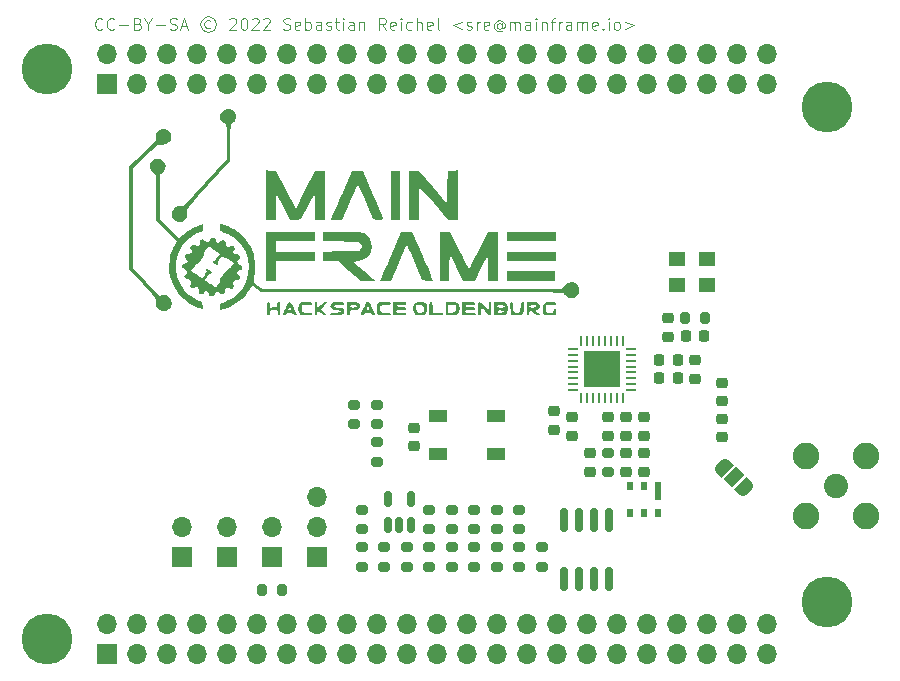
<source format=gts>
%TF.GenerationSoftware,KiCad,Pcbnew,6.0.4+dfsg-1*%
%TF.CreationDate,2022-04-13T00:03:44+02:00*%
%TF.ProjectId,bbb-mrf89xa-cape,6262622d-6d72-4663-9839-78612d636170,rev?*%
%TF.SameCoordinates,Original*%
%TF.FileFunction,Soldermask,Top*%
%TF.FilePolarity,Negative*%
%FSLAX46Y46*%
G04 Gerber Fmt 4.6, Leading zero omitted, Abs format (unit mm)*
G04 Created by KiCad (PCBNEW 6.0.4+dfsg-1) date 2022-04-13 00:03:44*
%MOMM*%
%LPD*%
G01*
G04 APERTURE LIST*
G04 Aperture macros list*
%AMRoundRect*
0 Rectangle with rounded corners*
0 $1 Rounding radius*
0 $2 $3 $4 $5 $6 $7 $8 $9 X,Y pos of 4 corners*
0 Add a 4 corners polygon primitive as box body*
4,1,4,$2,$3,$4,$5,$6,$7,$8,$9,$2,$3,0*
0 Add four circle primitives for the rounded corners*
1,1,$1+$1,$2,$3*
1,1,$1+$1,$4,$5*
1,1,$1+$1,$6,$7*
1,1,$1+$1,$8,$9*
0 Add four rect primitives between the rounded corners*
20,1,$1+$1,$2,$3,$4,$5,0*
20,1,$1+$1,$4,$5,$6,$7,0*
20,1,$1+$1,$6,$7,$8,$9,0*
20,1,$1+$1,$8,$9,$2,$3,0*%
%AMRotRect*
0 Rectangle, with rotation*
0 The origin of the aperture is its center*
0 $1 length*
0 $2 width*
0 $3 Rotation angle, in degrees counterclockwise*
0 Add horizontal line*
21,1,$1,$2,0,0,$3*%
%AMFreePoly0*
4,1,22,0.550000,-0.750000,0.000000,-0.750000,0.000000,-0.745033,-0.079941,-0.743568,-0.215256,-0.701293,-0.333266,-0.622738,-0.424486,-0.514219,-0.481581,-0.384460,-0.499164,-0.250000,-0.500000,-0.250000,-0.500000,0.250000,-0.499164,0.250000,-0.499963,0.256109,-0.478152,0.396186,-0.417904,0.524511,-0.324060,0.630769,-0.204165,0.706417,-0.067858,0.745374,0.000000,0.744960,0.000000,0.750000,
0.550000,0.750000,0.550000,-0.750000,0.550000,-0.750000,$1*%
%AMFreePoly1*
4,1,20,0.000000,0.744960,0.073905,0.744508,0.209726,0.703889,0.328688,0.626782,0.421226,0.519385,0.479903,0.390333,0.500000,0.250000,0.500000,-0.250000,0.499851,-0.262216,0.476331,-0.402017,0.414519,-0.529596,0.319384,-0.634700,0.198574,-0.708877,0.061801,-0.746166,0.000000,-0.745033,0.000000,-0.750000,-0.550000,-0.750000,-0.550000,0.750000,0.000000,0.750000,0.000000,0.744960,
0.000000,0.744960,$1*%
G04 Aperture macros list end*
%ADD10C,0.125000*%
%ADD11RoundRect,0.225000X-0.250000X0.225000X-0.250000X-0.225000X0.250000X-0.225000X0.250000X0.225000X0*%
%ADD12RoundRect,0.200000X-0.275000X0.200000X-0.275000X-0.200000X0.275000X-0.200000X0.275000X0.200000X0*%
%ADD13R,1.700000X1.700000*%
%ADD14O,1.700000X1.700000*%
%ADD15C,4.300000*%
%ADD16RoundRect,0.225000X0.250000X-0.225000X0.250000X0.225000X-0.250000X0.225000X-0.250000X-0.225000X0*%
%ADD17RoundRect,0.218750X0.256250X-0.218750X0.256250X0.218750X-0.256250X0.218750X-0.256250X-0.218750X0*%
%ADD18R,0.600000X1.500000*%
%ADD19R,0.600000X0.750000*%
%ADD20C,2.050000*%
%ADD21C,2.250000*%
%ADD22RoundRect,0.150000X-0.150000X0.825000X-0.150000X-0.825000X0.150000X-0.825000X0.150000X0.825000X0*%
%ADD23RoundRect,0.218750X-0.256250X0.218750X-0.256250X-0.218750X0.256250X-0.218750X0.256250X0.218750X0*%
%ADD24RoundRect,0.200000X0.275000X-0.200000X0.275000X0.200000X-0.275000X0.200000X-0.275000X-0.200000X0*%
%ADD25R,1.400000X1.200000*%
%ADD26FreePoly0,315.000000*%
%ADD27RotRect,1.000000X1.500000X315.000000*%
%ADD28FreePoly1,315.000000*%
%ADD29RoundRect,0.200000X0.200000X0.275000X-0.200000X0.275000X-0.200000X-0.275000X0.200000X-0.275000X0*%
%ADD30RoundRect,0.218750X0.218750X0.256250X-0.218750X0.256250X-0.218750X-0.256250X0.218750X-0.256250X0*%
%ADD31RoundRect,0.062500X0.375000X0.062500X-0.375000X0.062500X-0.375000X-0.062500X0.375000X-0.062500X0*%
%ADD32RoundRect,0.062500X0.062500X0.375000X-0.062500X0.375000X-0.062500X-0.375000X0.062500X-0.375000X0*%
%ADD33R,3.100000X3.100000*%
%ADD34R,1.500000X1.000000*%
%ADD35RoundRect,0.150000X0.150000X-0.512500X0.150000X0.512500X-0.150000X0.512500X-0.150000X-0.512500X0*%
%ADD36RoundRect,0.225000X-0.225000X-0.250000X0.225000X-0.250000X0.225000X0.250000X-0.225000X0.250000X0*%
G04 APERTURE END LIST*
D10*
X37720773Y-33377142D02*
X37673154Y-33424761D01*
X37530297Y-33472380D01*
X37435059Y-33472380D01*
X37292202Y-33424761D01*
X37196964Y-33329523D01*
X37149345Y-33234285D01*
X37101726Y-33043809D01*
X37101726Y-32900952D01*
X37149345Y-32710476D01*
X37196964Y-32615238D01*
X37292202Y-32520000D01*
X37435059Y-32472380D01*
X37530297Y-32472380D01*
X37673154Y-32520000D01*
X37720773Y-32567619D01*
X38720773Y-33377142D02*
X38673154Y-33424761D01*
X38530297Y-33472380D01*
X38435059Y-33472380D01*
X38292202Y-33424761D01*
X38196964Y-33329523D01*
X38149345Y-33234285D01*
X38101726Y-33043809D01*
X38101726Y-32900952D01*
X38149345Y-32710476D01*
X38196964Y-32615238D01*
X38292202Y-32520000D01*
X38435059Y-32472380D01*
X38530297Y-32472380D01*
X38673154Y-32520000D01*
X38720773Y-32567619D01*
X39149345Y-33091428D02*
X39911250Y-33091428D01*
X40720773Y-32948571D02*
X40863630Y-32996190D01*
X40911250Y-33043809D01*
X40958869Y-33139047D01*
X40958869Y-33281904D01*
X40911250Y-33377142D01*
X40863630Y-33424761D01*
X40768392Y-33472380D01*
X40387440Y-33472380D01*
X40387440Y-32472380D01*
X40720773Y-32472380D01*
X40816011Y-32520000D01*
X40863630Y-32567619D01*
X40911250Y-32662857D01*
X40911250Y-32758095D01*
X40863630Y-32853333D01*
X40816011Y-32900952D01*
X40720773Y-32948571D01*
X40387440Y-32948571D01*
X41577916Y-32996190D02*
X41577916Y-33472380D01*
X41244583Y-32472380D02*
X41577916Y-32996190D01*
X41911250Y-32472380D01*
X42244583Y-33091428D02*
X43006488Y-33091428D01*
X43435059Y-33424761D02*
X43577916Y-33472380D01*
X43816011Y-33472380D01*
X43911250Y-33424761D01*
X43958869Y-33377142D01*
X44006488Y-33281904D01*
X44006488Y-33186666D01*
X43958869Y-33091428D01*
X43911250Y-33043809D01*
X43816011Y-32996190D01*
X43625535Y-32948571D01*
X43530297Y-32900952D01*
X43482678Y-32853333D01*
X43435059Y-32758095D01*
X43435059Y-32662857D01*
X43482678Y-32567619D01*
X43530297Y-32520000D01*
X43625535Y-32472380D01*
X43863630Y-32472380D01*
X44006488Y-32520000D01*
X44387440Y-33186666D02*
X44863630Y-33186666D01*
X44292202Y-33472380D02*
X44625535Y-32472380D01*
X44958869Y-33472380D01*
X46863630Y-32710476D02*
X46768392Y-32662857D01*
X46577916Y-32662857D01*
X46482678Y-32710476D01*
X46387440Y-32805714D01*
X46339821Y-32900952D01*
X46339821Y-33091428D01*
X46387440Y-33186666D01*
X46482678Y-33281904D01*
X46577916Y-33329523D01*
X46768392Y-33329523D01*
X46863630Y-33281904D01*
X46673154Y-32329523D02*
X46435059Y-32377142D01*
X46196964Y-32520000D01*
X46054107Y-32758095D01*
X46006488Y-32996190D01*
X46054107Y-33234285D01*
X46196964Y-33472380D01*
X46435059Y-33615238D01*
X46673154Y-33662857D01*
X46911250Y-33615238D01*
X47149345Y-33472380D01*
X47292202Y-33234285D01*
X47339821Y-32996190D01*
X47292202Y-32758095D01*
X47149345Y-32520000D01*
X46911250Y-32377142D01*
X46673154Y-32329523D01*
X48482678Y-32567619D02*
X48530297Y-32520000D01*
X48625535Y-32472380D01*
X48863630Y-32472380D01*
X48958869Y-32520000D01*
X49006488Y-32567619D01*
X49054107Y-32662857D01*
X49054107Y-32758095D01*
X49006488Y-32900952D01*
X48435059Y-33472380D01*
X49054107Y-33472380D01*
X49673154Y-32472380D02*
X49768392Y-32472380D01*
X49863630Y-32520000D01*
X49911250Y-32567619D01*
X49958869Y-32662857D01*
X50006488Y-32853333D01*
X50006488Y-33091428D01*
X49958869Y-33281904D01*
X49911250Y-33377142D01*
X49863630Y-33424761D01*
X49768392Y-33472380D01*
X49673154Y-33472380D01*
X49577916Y-33424761D01*
X49530297Y-33377142D01*
X49482678Y-33281904D01*
X49435059Y-33091428D01*
X49435059Y-32853333D01*
X49482678Y-32662857D01*
X49530297Y-32567619D01*
X49577916Y-32520000D01*
X49673154Y-32472380D01*
X50387440Y-32567619D02*
X50435059Y-32520000D01*
X50530297Y-32472380D01*
X50768392Y-32472380D01*
X50863630Y-32520000D01*
X50911250Y-32567619D01*
X50958869Y-32662857D01*
X50958869Y-32758095D01*
X50911250Y-32900952D01*
X50339821Y-33472380D01*
X50958869Y-33472380D01*
X51339821Y-32567619D02*
X51387440Y-32520000D01*
X51482678Y-32472380D01*
X51720773Y-32472380D01*
X51816011Y-32520000D01*
X51863630Y-32567619D01*
X51911250Y-32662857D01*
X51911250Y-32758095D01*
X51863630Y-32900952D01*
X51292202Y-33472380D01*
X51911250Y-33472380D01*
X53054107Y-33424761D02*
X53196964Y-33472380D01*
X53435059Y-33472380D01*
X53530297Y-33424761D01*
X53577916Y-33377142D01*
X53625535Y-33281904D01*
X53625535Y-33186666D01*
X53577916Y-33091428D01*
X53530297Y-33043809D01*
X53435059Y-32996190D01*
X53244583Y-32948571D01*
X53149345Y-32900952D01*
X53101726Y-32853333D01*
X53054107Y-32758095D01*
X53054107Y-32662857D01*
X53101726Y-32567619D01*
X53149345Y-32520000D01*
X53244583Y-32472380D01*
X53482678Y-32472380D01*
X53625535Y-32520000D01*
X54435059Y-33424761D02*
X54339821Y-33472380D01*
X54149345Y-33472380D01*
X54054107Y-33424761D01*
X54006488Y-33329523D01*
X54006488Y-32948571D01*
X54054107Y-32853333D01*
X54149345Y-32805714D01*
X54339821Y-32805714D01*
X54435059Y-32853333D01*
X54482678Y-32948571D01*
X54482678Y-33043809D01*
X54006488Y-33139047D01*
X54911250Y-33472380D02*
X54911250Y-32472380D01*
X54911250Y-32853333D02*
X55006488Y-32805714D01*
X55196964Y-32805714D01*
X55292202Y-32853333D01*
X55339821Y-32900952D01*
X55387440Y-32996190D01*
X55387440Y-33281904D01*
X55339821Y-33377142D01*
X55292202Y-33424761D01*
X55196964Y-33472380D01*
X55006488Y-33472380D01*
X54911250Y-33424761D01*
X56244583Y-33472380D02*
X56244583Y-32948571D01*
X56196964Y-32853333D01*
X56101726Y-32805714D01*
X55911249Y-32805714D01*
X55816011Y-32853333D01*
X56244583Y-33424761D02*
X56149345Y-33472380D01*
X55911249Y-33472380D01*
X55816011Y-33424761D01*
X55768392Y-33329523D01*
X55768392Y-33234285D01*
X55816011Y-33139047D01*
X55911249Y-33091428D01*
X56149345Y-33091428D01*
X56244583Y-33043809D01*
X56673154Y-33424761D02*
X56768392Y-33472380D01*
X56958869Y-33472380D01*
X57054107Y-33424761D01*
X57101726Y-33329523D01*
X57101726Y-33281904D01*
X57054107Y-33186666D01*
X56958869Y-33139047D01*
X56816011Y-33139047D01*
X56720773Y-33091428D01*
X56673154Y-32996190D01*
X56673154Y-32948571D01*
X56720773Y-32853333D01*
X56816011Y-32805714D01*
X56958869Y-32805714D01*
X57054107Y-32853333D01*
X57387440Y-32805714D02*
X57768392Y-32805714D01*
X57530297Y-32472380D02*
X57530297Y-33329523D01*
X57577916Y-33424761D01*
X57673154Y-33472380D01*
X57768392Y-33472380D01*
X58101726Y-33472380D02*
X58101726Y-32805714D01*
X58101726Y-32472380D02*
X58054107Y-32520000D01*
X58101726Y-32567619D01*
X58149345Y-32520000D01*
X58101726Y-32472380D01*
X58101726Y-32567619D01*
X59006488Y-33472380D02*
X59006488Y-32948571D01*
X58958869Y-32853333D01*
X58863630Y-32805714D01*
X58673154Y-32805714D01*
X58577916Y-32853333D01*
X59006488Y-33424761D02*
X58911249Y-33472380D01*
X58673154Y-33472380D01*
X58577916Y-33424761D01*
X58530297Y-33329523D01*
X58530297Y-33234285D01*
X58577916Y-33139047D01*
X58673154Y-33091428D01*
X58911249Y-33091428D01*
X59006488Y-33043809D01*
X59482678Y-32805714D02*
X59482678Y-33472380D01*
X59482678Y-32900952D02*
X59530297Y-32853333D01*
X59625535Y-32805714D01*
X59768392Y-32805714D01*
X59863630Y-32853333D01*
X59911249Y-32948571D01*
X59911249Y-33472380D01*
X61720773Y-33472380D02*
X61387440Y-32996190D01*
X61149345Y-33472380D02*
X61149345Y-32472380D01*
X61530297Y-32472380D01*
X61625535Y-32520000D01*
X61673154Y-32567619D01*
X61720773Y-32662857D01*
X61720773Y-32805714D01*
X61673154Y-32900952D01*
X61625535Y-32948571D01*
X61530297Y-32996190D01*
X61149345Y-32996190D01*
X62530297Y-33424761D02*
X62435059Y-33472380D01*
X62244583Y-33472380D01*
X62149345Y-33424761D01*
X62101726Y-33329523D01*
X62101726Y-32948571D01*
X62149345Y-32853333D01*
X62244583Y-32805714D01*
X62435059Y-32805714D01*
X62530297Y-32853333D01*
X62577916Y-32948571D01*
X62577916Y-33043809D01*
X62101726Y-33139047D01*
X63006488Y-33472380D02*
X63006488Y-32805714D01*
X63006488Y-32472380D02*
X62958869Y-32520000D01*
X63006488Y-32567619D01*
X63054107Y-32520000D01*
X63006488Y-32472380D01*
X63006488Y-32567619D01*
X63911249Y-33424761D02*
X63816011Y-33472380D01*
X63625535Y-33472380D01*
X63530297Y-33424761D01*
X63482678Y-33377142D01*
X63435059Y-33281904D01*
X63435059Y-32996190D01*
X63482678Y-32900952D01*
X63530297Y-32853333D01*
X63625535Y-32805714D01*
X63816011Y-32805714D01*
X63911249Y-32853333D01*
X64339821Y-33472380D02*
X64339821Y-32472380D01*
X64768392Y-33472380D02*
X64768392Y-32948571D01*
X64720773Y-32853333D01*
X64625535Y-32805714D01*
X64482678Y-32805714D01*
X64387440Y-32853333D01*
X64339821Y-32900952D01*
X65625535Y-33424761D02*
X65530297Y-33472380D01*
X65339821Y-33472380D01*
X65244583Y-33424761D01*
X65196964Y-33329523D01*
X65196964Y-32948571D01*
X65244583Y-32853333D01*
X65339821Y-32805714D01*
X65530297Y-32805714D01*
X65625535Y-32853333D01*
X65673154Y-32948571D01*
X65673154Y-33043809D01*
X65196964Y-33139047D01*
X66244583Y-33472380D02*
X66149345Y-33424761D01*
X66101726Y-33329523D01*
X66101726Y-32472380D01*
X68149345Y-32805714D02*
X67387440Y-33091428D01*
X68149345Y-33377142D01*
X68577916Y-33424761D02*
X68673154Y-33472380D01*
X68863630Y-33472380D01*
X68958869Y-33424761D01*
X69006488Y-33329523D01*
X69006488Y-33281904D01*
X68958869Y-33186666D01*
X68863630Y-33139047D01*
X68720773Y-33139047D01*
X68625535Y-33091428D01*
X68577916Y-32996190D01*
X68577916Y-32948571D01*
X68625535Y-32853333D01*
X68720773Y-32805714D01*
X68863630Y-32805714D01*
X68958869Y-32853333D01*
X69435059Y-33472380D02*
X69435059Y-32805714D01*
X69435059Y-32996190D02*
X69482678Y-32900952D01*
X69530297Y-32853333D01*
X69625535Y-32805714D01*
X69720773Y-32805714D01*
X70435059Y-33424761D02*
X70339821Y-33472380D01*
X70149345Y-33472380D01*
X70054107Y-33424761D01*
X70006488Y-33329523D01*
X70006488Y-32948571D01*
X70054107Y-32853333D01*
X70149345Y-32805714D01*
X70339821Y-32805714D01*
X70435059Y-32853333D01*
X70482678Y-32948571D01*
X70482678Y-33043809D01*
X70006488Y-33139047D01*
X71530297Y-32996190D02*
X71482678Y-32948571D01*
X71387440Y-32900952D01*
X71292202Y-32900952D01*
X71196964Y-32948571D01*
X71149345Y-32996190D01*
X71101726Y-33091428D01*
X71101726Y-33186666D01*
X71149345Y-33281904D01*
X71196964Y-33329523D01*
X71292202Y-33377142D01*
X71387440Y-33377142D01*
X71482678Y-33329523D01*
X71530297Y-33281904D01*
X71530297Y-32900952D02*
X71530297Y-33281904D01*
X71577916Y-33329523D01*
X71625535Y-33329523D01*
X71720773Y-33281904D01*
X71768392Y-33186666D01*
X71768392Y-32948571D01*
X71673154Y-32805714D01*
X71530297Y-32710476D01*
X71339821Y-32662857D01*
X71149345Y-32710476D01*
X71006488Y-32805714D01*
X70911250Y-32948571D01*
X70863630Y-33139047D01*
X70911250Y-33329523D01*
X71006488Y-33472380D01*
X71149345Y-33567619D01*
X71339821Y-33615238D01*
X71530297Y-33567619D01*
X71673154Y-33472380D01*
X72196964Y-33472380D02*
X72196964Y-32805714D01*
X72196964Y-32900952D02*
X72244583Y-32853333D01*
X72339821Y-32805714D01*
X72482678Y-32805714D01*
X72577916Y-32853333D01*
X72625535Y-32948571D01*
X72625535Y-33472380D01*
X72625535Y-32948571D02*
X72673154Y-32853333D01*
X72768392Y-32805714D01*
X72911250Y-32805714D01*
X73006488Y-32853333D01*
X73054107Y-32948571D01*
X73054107Y-33472380D01*
X73958869Y-33472380D02*
X73958869Y-32948571D01*
X73911250Y-32853333D01*
X73816011Y-32805714D01*
X73625535Y-32805714D01*
X73530297Y-32853333D01*
X73958869Y-33424761D02*
X73863630Y-33472380D01*
X73625535Y-33472380D01*
X73530297Y-33424761D01*
X73482678Y-33329523D01*
X73482678Y-33234285D01*
X73530297Y-33139047D01*
X73625535Y-33091428D01*
X73863630Y-33091428D01*
X73958869Y-33043809D01*
X74435059Y-33472380D02*
X74435059Y-32805714D01*
X74435059Y-32472380D02*
X74387440Y-32520000D01*
X74435059Y-32567619D01*
X74482678Y-32520000D01*
X74435059Y-32472380D01*
X74435059Y-32567619D01*
X74911250Y-32805714D02*
X74911250Y-33472380D01*
X74911250Y-32900952D02*
X74958869Y-32853333D01*
X75054107Y-32805714D01*
X75196964Y-32805714D01*
X75292202Y-32853333D01*
X75339821Y-32948571D01*
X75339821Y-33472380D01*
X75673154Y-32805714D02*
X76054107Y-32805714D01*
X75816011Y-33472380D02*
X75816011Y-32615238D01*
X75863630Y-32520000D01*
X75958869Y-32472380D01*
X76054107Y-32472380D01*
X76387440Y-33472380D02*
X76387440Y-32805714D01*
X76387440Y-32996190D02*
X76435059Y-32900952D01*
X76482678Y-32853333D01*
X76577916Y-32805714D01*
X76673154Y-32805714D01*
X77435059Y-33472380D02*
X77435059Y-32948571D01*
X77387440Y-32853333D01*
X77292202Y-32805714D01*
X77101726Y-32805714D01*
X77006488Y-32853333D01*
X77435059Y-33424761D02*
X77339821Y-33472380D01*
X77101726Y-33472380D01*
X77006488Y-33424761D01*
X76958869Y-33329523D01*
X76958869Y-33234285D01*
X77006488Y-33139047D01*
X77101726Y-33091428D01*
X77339821Y-33091428D01*
X77435059Y-33043809D01*
X77911250Y-33472380D02*
X77911250Y-32805714D01*
X77911250Y-32900952D02*
X77958869Y-32853333D01*
X78054107Y-32805714D01*
X78196964Y-32805714D01*
X78292202Y-32853333D01*
X78339821Y-32948571D01*
X78339821Y-33472380D01*
X78339821Y-32948571D02*
X78387440Y-32853333D01*
X78482678Y-32805714D01*
X78625535Y-32805714D01*
X78720773Y-32853333D01*
X78768392Y-32948571D01*
X78768392Y-33472380D01*
X79625535Y-33424761D02*
X79530297Y-33472380D01*
X79339821Y-33472380D01*
X79244583Y-33424761D01*
X79196964Y-33329523D01*
X79196964Y-32948571D01*
X79244583Y-32853333D01*
X79339821Y-32805714D01*
X79530297Y-32805714D01*
X79625535Y-32853333D01*
X79673154Y-32948571D01*
X79673154Y-33043809D01*
X79196964Y-33139047D01*
X80101726Y-33377142D02*
X80149345Y-33424761D01*
X80101726Y-33472380D01*
X80054107Y-33424761D01*
X80101726Y-33377142D01*
X80101726Y-33472380D01*
X80577916Y-33472380D02*
X80577916Y-32805714D01*
X80577916Y-32472380D02*
X80530297Y-32520000D01*
X80577916Y-32567619D01*
X80625535Y-32520000D01*
X80577916Y-32472380D01*
X80577916Y-32567619D01*
X81196964Y-33472380D02*
X81101726Y-33424761D01*
X81054107Y-33377142D01*
X81006488Y-33281904D01*
X81006488Y-32996190D01*
X81054107Y-32900952D01*
X81101726Y-32853333D01*
X81196964Y-32805714D01*
X81339821Y-32805714D01*
X81435059Y-32853333D01*
X81482678Y-32900952D01*
X81530297Y-32996190D01*
X81530297Y-33281904D01*
X81482678Y-33377142D01*
X81435059Y-33424761D01*
X81339821Y-33472380D01*
X81196964Y-33472380D01*
X81958869Y-32805714D02*
X82720773Y-33091428D01*
X81958869Y-33377142D01*
G36*
X47868935Y-49945259D02*
G01*
X48094243Y-50018859D01*
X48361167Y-50120151D01*
X48624595Y-50231646D01*
X48839414Y-50335854D01*
X48898729Y-50369790D01*
X49431911Y-50777295D01*
X49898807Y-51291451D01*
X50273633Y-51878660D01*
X50526017Y-52490084D01*
X50599442Y-52762997D01*
X50640057Y-53014871D01*
X50652614Y-53298292D01*
X50641863Y-53665841D01*
X50638406Y-53733920D01*
X50617048Y-54069892D01*
X50591452Y-54368760D01*
X50565515Y-54588816D01*
X50551249Y-54666307D01*
X50539005Y-54778723D01*
X50584638Y-54876933D01*
X50711985Y-54992741D01*
X50893149Y-55122485D01*
X51282988Y-55390977D01*
X76651077Y-55390977D01*
X76928806Y-55099023D01*
X77160246Y-54895680D01*
X77370095Y-54816442D01*
X77597327Y-54852595D01*
X77741518Y-54917307D01*
X77974150Y-55096865D01*
X78087651Y-55345598D01*
X78105000Y-55537770D01*
X78044365Y-55768231D01*
X77890194Y-55983720D01*
X77684083Y-56140106D01*
X77486587Y-56193851D01*
X77244050Y-56150493D01*
X77017042Y-56040370D01*
X76859687Y-55893406D01*
X76827955Y-55829709D01*
X76820832Y-55811345D01*
X76807388Y-55794580D01*
X76781239Y-55779342D01*
X76736000Y-55765558D01*
X76665287Y-55753154D01*
X76562717Y-55742059D01*
X76421904Y-55732198D01*
X76236466Y-55723499D01*
X76000017Y-55715890D01*
X75706173Y-55709297D01*
X75348551Y-55703648D01*
X74920767Y-55698870D01*
X74416436Y-55694889D01*
X73829173Y-55691633D01*
X73152596Y-55689029D01*
X72380319Y-55687005D01*
X71505959Y-55685487D01*
X70523132Y-55684402D01*
X69425453Y-55683678D01*
X68206538Y-55683242D01*
X66860003Y-55683021D01*
X65379464Y-55682941D01*
X63968337Y-55682931D01*
X51155304Y-55682931D01*
X50807298Y-55427471D01*
X50610457Y-55290297D01*
X50458309Y-55197571D01*
X50395957Y-55172012D01*
X50328373Y-55231053D01*
X50225440Y-55381883D01*
X50159923Y-55497553D01*
X49883393Y-55896161D01*
X49499532Y-56281122D01*
X49046323Y-56624865D01*
X48561746Y-56899816D01*
X48083783Y-57078405D01*
X47937554Y-57110856D01*
X47658902Y-57160803D01*
X47682094Y-56887723D01*
X47702340Y-56738980D01*
X47753546Y-56641239D01*
X47868338Y-56564754D01*
X48079343Y-56479782D01*
X48162845Y-56449430D01*
X48744663Y-56163652D01*
X49243392Y-55760243D01*
X49584920Y-55343056D01*
X49873322Y-54791671D01*
X50044615Y-54183761D01*
X50098865Y-53548428D01*
X50036137Y-52914775D01*
X49856495Y-52311903D01*
X49577026Y-51793354D01*
X49227056Y-51375066D01*
X48801823Y-51009214D01*
X48340583Y-50724468D01*
X47882592Y-50549498D01*
X47869511Y-50546293D01*
X47738547Y-50496382D01*
X47681343Y-50399384D01*
X47668793Y-50207403D01*
X47682513Y-50025061D01*
X47716768Y-49924017D01*
X47730355Y-49916839D01*
X47868935Y-49945259D01*
G37*
G36*
X74076681Y-56485805D02*
G01*
X74409366Y-56511242D01*
X74626633Y-56594125D01*
X74751066Y-56744309D01*
X74768317Y-56787627D01*
X74758259Y-56945062D01*
X74663261Y-57105193D01*
X74526252Y-57205912D01*
X74472440Y-57215690D01*
X74433152Y-57248735D01*
X74514543Y-57350826D01*
X74604308Y-57431689D01*
X74752588Y-57563139D01*
X74797330Y-57626936D01*
X74747767Y-57648119D01*
X74685043Y-57650655D01*
X74526171Y-57608336D01*
X74324149Y-57497992D01*
X74236609Y-57434655D01*
X74066633Y-57306683D01*
X73945710Y-57227822D01*
X73915904Y-57215690D01*
X73884822Y-57279216D01*
X73871669Y-57432240D01*
X73871666Y-57434655D01*
X73839025Y-57608493D01*
X73762183Y-57653621D01*
X73706009Y-57626119D01*
X73672296Y-57526332D01*
X73656186Y-57328341D01*
X73652701Y-57069713D01*
X73652701Y-56887242D01*
X73871666Y-56887242D01*
X73934303Y-56971731D01*
X74105297Y-56994431D01*
X74359269Y-56952071D01*
X74364339Y-56950721D01*
X74505905Y-56891008D01*
X74513624Y-56834016D01*
X74399302Y-56792179D01*
X74200114Y-56777759D01*
X73983630Y-56792087D01*
X73885021Y-56840806D01*
X73871666Y-56887242D01*
X73652701Y-56887242D01*
X73652701Y-56485805D01*
X74076681Y-56485805D01*
G37*
G36*
X63166782Y-56489253D02*
G01*
X63331002Y-56504974D01*
X63409808Y-56541036D01*
X63433451Y-56605505D01*
X63434310Y-56631782D01*
X63418331Y-56713313D01*
X63348138Y-56757368D01*
X63190347Y-56775075D01*
X62996379Y-56777759D01*
X62763112Y-56788839D01*
X62604965Y-56817785D01*
X62558448Y-56850747D01*
X62624930Y-56889625D01*
X62798605Y-56915983D01*
X62996379Y-56923736D01*
X63240972Y-56929062D01*
X63373138Y-56952460D01*
X63426259Y-57005057D01*
X63434310Y-57069713D01*
X63418331Y-57151244D01*
X63348138Y-57195299D01*
X63190347Y-57213006D01*
X62996379Y-57215690D01*
X62742092Y-57224098D01*
X62605567Y-57253904D01*
X62559311Y-57311981D01*
X62558448Y-57325173D01*
X62592080Y-57388744D01*
X62711305Y-57422876D01*
X62943613Y-57434439D01*
X62996379Y-57434655D01*
X63250665Y-57443063D01*
X63387191Y-57472870D01*
X63433446Y-57530947D01*
X63434310Y-57544138D01*
X63405634Y-57601887D01*
X63302009Y-57635785D01*
X63097035Y-57651112D01*
X62886896Y-57653621D01*
X62339482Y-57653621D01*
X62339482Y-56485805D01*
X62886896Y-56485805D01*
X63166782Y-56489253D01*
G37*
G36*
X55295914Y-56491547D02*
G01*
X55423089Y-56516598D01*
X55472309Y-56572699D01*
X55478563Y-56631782D01*
X55462732Y-56713008D01*
X55393074Y-56757067D01*
X55236339Y-56774937D01*
X55036435Y-56777759D01*
X54594307Y-56777759D01*
X54639195Y-57398161D01*
X55058879Y-57420051D01*
X55314515Y-57444754D01*
X55446758Y-57489455D01*
X55478563Y-57547781D01*
X55413901Y-57611324D01*
X55248461Y-57648972D01*
X55025063Y-57661086D01*
X54786525Y-57648024D01*
X54575665Y-57610148D01*
X54435303Y-57547817D01*
X54425443Y-57538925D01*
X54342530Y-57368271D01*
X54310857Y-57088603D01*
X54310747Y-57068638D01*
X54340017Y-56799359D01*
X54441612Y-56623516D01*
X54636209Y-56524957D01*
X54944486Y-56487530D01*
X55056872Y-56485805D01*
X55295914Y-56491547D01*
G37*
G36*
X64906497Y-56506612D02*
G01*
X65078099Y-56587033D01*
X65162361Y-56754066D01*
X65185964Y-57034708D01*
X65186034Y-57057683D01*
X65171636Y-57302505D01*
X65134494Y-57492478D01*
X65098448Y-57566035D01*
X64955240Y-57629652D01*
X64730848Y-57655070D01*
X64482943Y-57644312D01*
X64269196Y-57599404D01*
X64154885Y-57532920D01*
X64095498Y-57390882D01*
X64059583Y-57169022D01*
X64054743Y-57053351D01*
X64310172Y-57053351D01*
X64324633Y-57280553D01*
X64388795Y-57394485D01*
X64533823Y-57426677D01*
X64672506Y-57419882D01*
X64837962Y-57396093D01*
X64911383Y-57332198D01*
X64930065Y-57182863D01*
X64930574Y-57106207D01*
X64923621Y-56922852D01*
X64875607Y-56835243D01*
X64745801Y-56802099D01*
X64620373Y-56791809D01*
X64310172Y-56769365D01*
X64310172Y-57053351D01*
X64054743Y-57053351D01*
X64054712Y-57052611D01*
X64088335Y-56769365D01*
X64089249Y-56761664D01*
X64205495Y-56583540D01*
X64422409Y-56499260D01*
X64620875Y-56485805D01*
X64906497Y-56506612D01*
G37*
G36*
X67930347Y-52141723D02*
G01*
X68153428Y-52578493D01*
X68355436Y-52968545D01*
X68526908Y-53294049D01*
X68658380Y-53537178D01*
X68740390Y-53680101D01*
X68763259Y-53710976D01*
X68804837Y-53648882D01*
X68901711Y-53473781D01*
X69044525Y-53203544D01*
X69223923Y-52856043D01*
X69430547Y-52449150D01*
X69584160Y-52142989D01*
X70367779Y-50573736D01*
X71244080Y-50573736D01*
X71244080Y-54734081D01*
X70368218Y-54734081D01*
X70359832Y-52507931D01*
X69799470Y-53621006D01*
X69239107Y-54734081D01*
X68285861Y-54734081D01*
X67120229Y-52434943D01*
X67100129Y-53584512D01*
X67080028Y-54734081D01*
X66280862Y-54734081D01*
X66280862Y-50573736D01*
X67134717Y-50573736D01*
X67930347Y-52141723D01*
G37*
G36*
X42644897Y-44430347D02*
G01*
X42860386Y-44584519D01*
X43016772Y-44790629D01*
X43070517Y-44988125D01*
X43027159Y-45230662D01*
X42917036Y-45457671D01*
X42770072Y-45615025D01*
X42706375Y-45646758D01*
X42662435Y-45665720D01*
X42628350Y-45702474D01*
X42602946Y-45773719D01*
X42585051Y-45896156D01*
X42573494Y-46086485D01*
X42567101Y-46361406D01*
X42564702Y-46737621D01*
X42565123Y-47231828D01*
X42566412Y-47640867D01*
X42573228Y-49588391D01*
X43406972Y-50343940D01*
X44240716Y-51099488D01*
X44522384Y-50845019D01*
X45001183Y-50483121D01*
X45564084Y-50174124D01*
X45844453Y-50055960D01*
X46209022Y-49917434D01*
X46209022Y-50239786D01*
X46200064Y-50442776D01*
X46155222Y-50546309D01*
X46047547Y-50596633D01*
X45993606Y-50609451D01*
X45745238Y-50704026D01*
X45441475Y-50877423D01*
X45124853Y-51100208D01*
X44837905Y-51342945D01*
X44654912Y-51535835D01*
X44472245Y-51790268D01*
X44286875Y-52097515D01*
X44185573Y-52294065D01*
X44094274Y-52502825D01*
X44035243Y-52688570D01*
X44001590Y-52893419D01*
X43986430Y-53159486D01*
X43982873Y-53528890D01*
X43982873Y-53533556D01*
X43985084Y-53892641D01*
X43997583Y-54149668D01*
X44029171Y-54348546D01*
X44088648Y-54533187D01*
X44184815Y-54747500D01*
X44254815Y-54890451D01*
X44615045Y-55467755D01*
X45072361Y-55936384D01*
X45629612Y-56299147D01*
X45736544Y-56351453D01*
X45981824Y-56469968D01*
X46122988Y-56558793D01*
X46188781Y-56648720D01*
X46207944Y-56770542D01*
X46209022Y-56857627D01*
X46204886Y-57037255D01*
X46194581Y-57134337D01*
X46190775Y-57140068D01*
X46118052Y-57116038D01*
X45949013Y-57056656D01*
X45781846Y-56996892D01*
X45159781Y-56697962D01*
X44601224Y-56281115D01*
X44124327Y-55767189D01*
X43747243Y-55177018D01*
X43488125Y-54531440D01*
X43428560Y-54295775D01*
X43381626Y-53912988D01*
X43377938Y-53455635D01*
X43413921Y-52984527D01*
X43485999Y-52560475D01*
X43542271Y-52361954D01*
X43663467Y-52066038D01*
X43816058Y-51760077D01*
X43869865Y-51666725D01*
X44070814Y-51336438D01*
X43169228Y-50511275D01*
X42267643Y-49686112D01*
X42267641Y-47739551D01*
X42267639Y-45792989D01*
X42018384Y-45594108D01*
X41795080Y-45344772D01*
X41711324Y-45070314D01*
X41770122Y-44781922D01*
X41789344Y-44742146D01*
X41969011Y-44504976D01*
X42213760Y-44388741D01*
X42414436Y-44369713D01*
X42644897Y-44430347D01*
G37*
G36*
X55697528Y-51376609D02*
G01*
X52413045Y-51376609D01*
X52413045Y-52252471D01*
X55697528Y-52252471D01*
X55697528Y-53055345D01*
X52413045Y-53055345D01*
X52413045Y-54734081D01*
X51610172Y-54734081D01*
X51610172Y-50573736D01*
X55697528Y-50573736D01*
X55697528Y-51376609D01*
G37*
G36*
X76061321Y-54734081D02*
G01*
X71973965Y-54734081D01*
X71973965Y-53858219D01*
X76061321Y-53858219D01*
X76061321Y-54734081D01*
G37*
G36*
X59939056Y-56839870D02*
G01*
X60027125Y-56638510D01*
X60073238Y-56525687D01*
X60076839Y-56513187D01*
X60137706Y-56490213D01*
X60209861Y-56485805D01*
X60276921Y-56508854D01*
X60350422Y-56589923D01*
X60439934Y-56746890D01*
X60555029Y-56997633D01*
X60705277Y-57360033D01*
X60786146Y-57562385D01*
X60760816Y-57639795D01*
X60702759Y-57653621D01*
X60574979Y-57595540D01*
X60541164Y-57544138D01*
X60433601Y-57461201D01*
X60222816Y-57434655D01*
X60001967Y-57464662D01*
X59904467Y-57544138D01*
X59805364Y-57634681D01*
X59716030Y-57653621D01*
X59648884Y-57644534D01*
X59625776Y-57599931D01*
X59651716Y-57493800D01*
X59731715Y-57300129D01*
X59821805Y-57100238D01*
X60105524Y-57100238D01*
X60111196Y-57193586D01*
X60208173Y-57215690D01*
X60315994Y-57182739D01*
X60316655Y-57068575D01*
X60262119Y-56942678D01*
X60196029Y-56871010D01*
X60153043Y-56885799D01*
X60149827Y-56913459D01*
X60125580Y-57040196D01*
X60105524Y-57100238D01*
X59821805Y-57100238D01*
X59823222Y-57097095D01*
X59939056Y-56839870D01*
G37*
G36*
X65532729Y-56499433D02*
G01*
X65606863Y-56542568D01*
X65651511Y-56657884D01*
X65676495Y-56876913D01*
X65682189Y-56979210D01*
X65703919Y-57434655D01*
X66138367Y-57434655D01*
X66391506Y-57443183D01*
X66526921Y-57473388D01*
X66572117Y-57532202D01*
X66572816Y-57544138D01*
X66545313Y-57600313D01*
X66445526Y-57634025D01*
X66247535Y-57650136D01*
X65988908Y-57653621D01*
X65404999Y-57653621D01*
X65404999Y-57064361D01*
X65408362Y-56771716D01*
X65422563Y-56597669D01*
X65453779Y-56514915D01*
X65508181Y-56496150D01*
X65532729Y-56499433D01*
G37*
G36*
X67229712Y-56485805D02*
G01*
X67570993Y-56513938D01*
X67794005Y-56608724D01*
X67917231Y-56785739D01*
X67959153Y-57060561D01*
X67959597Y-57100994D01*
X67936106Y-57360882D01*
X67849779Y-57526723D01*
X67676837Y-57617328D01*
X67393499Y-57651507D01*
X67260993Y-57653621D01*
X66791781Y-57653621D01*
X66791781Y-57443049D01*
X67010747Y-57443049D01*
X67320948Y-57420605D01*
X67515785Y-57399394D01*
X67608688Y-57344297D01*
X67643371Y-57211602D01*
X67653593Y-57087960D01*
X67676037Y-56777759D01*
X67010747Y-56777759D01*
X67010747Y-57443049D01*
X66791781Y-57443049D01*
X66791781Y-56485805D01*
X67229712Y-56485805D01*
G37*
G36*
X52727447Y-56517156D02*
G01*
X52760021Y-56627589D01*
X52775265Y-56841678D01*
X52777988Y-57069713D01*
X52772831Y-57369311D01*
X52754121Y-57549111D01*
X52716998Y-57635033D01*
X52668505Y-57653621D01*
X52581586Y-57588338D01*
X52559022Y-57434655D01*
X52549501Y-57300010D01*
X52494527Y-57236238D01*
X52354485Y-57216928D01*
X52230574Y-57215690D01*
X52028606Y-57222037D01*
X51932948Y-57258687D01*
X51903983Y-57352048D01*
X51902126Y-57434655D01*
X51879590Y-57594425D01*
X51794645Y-57651040D01*
X51753079Y-57653621D01*
X51678429Y-57642994D01*
X51635883Y-57591141D01*
X51618665Y-57468100D01*
X51620001Y-57243910D01*
X51625349Y-57088751D01*
X51641660Y-56795763D01*
X51668305Y-56619288D01*
X51712730Y-56529890D01*
X51774396Y-56499492D01*
X51860841Y-56511637D01*
X51897149Y-56614762D01*
X51902126Y-56740109D01*
X51902126Y-57005118D01*
X52212327Y-56982674D01*
X52408504Y-56959406D01*
X52502645Y-56904669D01*
X52538666Y-56784226D01*
X52545400Y-56723017D01*
X52592216Y-56545686D01*
X52673130Y-56485805D01*
X52727447Y-56517156D01*
G37*
G36*
X67813620Y-49551897D02*
G01*
X66944915Y-49551897D01*
X65755273Y-48156723D01*
X64565632Y-46761550D01*
X64545809Y-48156723D01*
X64525985Y-49551897D01*
X63653275Y-49551897D01*
X63653275Y-45391552D01*
X64510887Y-45391552D01*
X65706076Y-46795982D01*
X66901264Y-48200413D01*
X66937758Y-46814230D01*
X66974252Y-45428046D01*
X67393936Y-45406157D01*
X67813620Y-45384267D01*
X67813620Y-49551897D01*
G37*
G36*
X63967324Y-50610230D02*
G01*
X64832139Y-52611701D01*
X65049851Y-53117625D01*
X65247463Y-53580808D01*
X65417820Y-53984161D01*
X65553765Y-54310595D01*
X65648143Y-54543018D01*
X65693799Y-54664343D01*
X65696954Y-54677109D01*
X65630791Y-54707404D01*
X65458650Y-54722091D01*
X65255047Y-54719316D01*
X64813141Y-54697586D01*
X64174443Y-53221628D01*
X63987031Y-52790460D01*
X63818292Y-52405894D01*
X63677009Y-52087653D01*
X63571966Y-51855457D01*
X63511945Y-51729027D01*
X63502090Y-51712014D01*
X63465137Y-51766208D01*
X63379916Y-51936571D01*
X63254880Y-52204761D01*
X63098480Y-52552439D01*
X62919166Y-52961264D01*
X62813546Y-53206220D01*
X62158657Y-54734081D01*
X61695573Y-54734081D01*
X61461892Y-54725165D01*
X61303937Y-54701861D01*
X61256819Y-54671299D01*
X61290921Y-54590870D01*
X61375709Y-54393501D01*
X61503843Y-54096201D01*
X61667985Y-53715978D01*
X61860793Y-53269842D01*
X62074930Y-52774800D01*
X62155702Y-52588178D01*
X63030256Y-50567838D01*
X63967324Y-50610230D01*
G37*
G36*
X48519195Y-40160757D02*
G01*
X48747625Y-40267853D01*
X48927337Y-40444914D01*
X49037790Y-40668095D01*
X49058441Y-40913552D01*
X48968745Y-41157439D01*
X48876421Y-41271019D01*
X48735043Y-41392177D01*
X48628388Y-41449477D01*
X48620961Y-41450173D01*
X48591616Y-41522957D01*
X48569273Y-41740828D01*
X48553966Y-42103059D01*
X48545732Y-42608927D01*
X48544192Y-43001178D01*
X48543729Y-44552184D01*
X46686715Y-46595862D01*
X46194742Y-47139088D01*
X45794597Y-47585441D01*
X45478307Y-47944576D01*
X45237897Y-48226152D01*
X45065391Y-48439823D01*
X44952815Y-48595247D01*
X44892195Y-48702079D01*
X44875555Y-48769976D01*
X44878367Y-48785517D01*
X44917519Y-49087479D01*
X44844348Y-49357019D01*
X44683542Y-49571371D01*
X44459791Y-49707770D01*
X44197782Y-49743451D01*
X43929967Y-49660038D01*
X43696266Y-49458986D01*
X43584915Y-49203839D01*
X43599541Y-48925439D01*
X43743775Y-48654629D01*
X43803887Y-48588332D01*
X43971248Y-48444677D01*
X44128613Y-48391080D01*
X44333053Y-48397931D01*
X44639770Y-48429980D01*
X46446235Y-46433865D01*
X48252701Y-44437751D01*
X48252701Y-42943962D01*
X48250925Y-42423146D01*
X48244909Y-42032330D01*
X48233621Y-41755572D01*
X48216027Y-41576931D01*
X48191096Y-41480465D01*
X48157795Y-41450232D01*
X48155941Y-41450173D01*
X48032188Y-41393246D01*
X47885088Y-41253613D01*
X47758807Y-41077994D01*
X47714179Y-40982855D01*
X47703550Y-40771497D01*
X47779313Y-40529782D01*
X47916552Y-40321801D01*
X47998360Y-40251841D01*
X48262593Y-40147472D01*
X48519195Y-40160757D01*
G37*
G36*
X72442080Y-56522521D02*
G01*
X72476008Y-56650977D01*
X72484885Y-56878305D01*
X72509626Y-57175679D01*
X72592708Y-57351586D01*
X72747413Y-57423409D01*
X72900155Y-57421682D01*
X73014855Y-57398715D01*
X73080653Y-57339045D01*
X73116525Y-57206482D01*
X73141450Y-56964833D01*
X73141781Y-56960871D01*
X73173175Y-56702628D01*
X73220132Y-56559889D01*
X73293468Y-56502263D01*
X73306005Y-56499342D01*
X73375274Y-56504177D01*
X73414040Y-56571549D01*
X73430693Y-56731042D01*
X73433735Y-56949665D01*
X73416965Y-57277463D01*
X73352246Y-57486582D01*
X73217961Y-57601926D01*
X72992495Y-57648396D01*
X72822717Y-57653621D01*
X72588491Y-57637759D01*
X72409859Y-57597231D01*
X72353505Y-57566035D01*
X72305735Y-57445713D01*
X72274701Y-57219526D01*
X72265919Y-56982127D01*
X72272683Y-56709087D01*
X72296947Y-56554555D01*
X72344670Y-56491518D01*
X72375402Y-56485805D01*
X72442080Y-56522521D01*
G37*
G36*
X43052046Y-41855018D02*
G01*
X43303711Y-41981229D01*
X43362471Y-42034081D01*
X43528491Y-42282834D01*
X43568392Y-42543713D01*
X43496950Y-42790659D01*
X43328940Y-42997614D01*
X43079138Y-43138518D01*
X42762320Y-43187314D01*
X42709836Y-43185072D01*
X42606605Y-43182390D01*
X42510895Y-43198143D01*
X42404953Y-43245016D01*
X42271028Y-43335691D01*
X42091370Y-43482852D01*
X41848227Y-43699182D01*
X41523847Y-43997364D01*
X41358675Y-44150465D01*
X40296954Y-45135528D01*
X40296954Y-53650682D01*
X41405453Y-54809513D01*
X42513952Y-55968345D01*
X42824941Y-55925719D01*
X43038919Y-55911069D01*
X43187629Y-55958577D01*
X43346474Y-56093688D01*
X43358683Y-56105846D01*
X43531072Y-56363986D01*
X43578242Y-56639723D01*
X43510525Y-56900357D01*
X43338249Y-57113189D01*
X43071746Y-57245518D01*
X42993490Y-57261892D01*
X42784824Y-57268130D01*
X42608972Y-57191053D01*
X42508784Y-57113666D01*
X42294992Y-56863392D01*
X42223397Y-56594908D01*
X42263208Y-56387987D01*
X42278493Y-56322867D01*
X42266980Y-56248932D01*
X42217378Y-56151689D01*
X42118397Y-56016643D01*
X41958745Y-55829300D01*
X41727133Y-55575168D01*
X41412268Y-55239750D01*
X41168500Y-54982730D01*
X40005000Y-53758410D01*
X40010137Y-49374263D01*
X40015274Y-44990115D01*
X41136104Y-43945310D01*
X41509456Y-43596166D01*
X41788497Y-43330492D01*
X41986254Y-43132827D01*
X42115754Y-42987707D01*
X42190023Y-42879670D01*
X42222089Y-42793255D01*
X42224979Y-42712997D01*
X42218078Y-42661061D01*
X42229662Y-42362275D01*
X42348439Y-42116067D01*
X42544821Y-41938648D01*
X42789219Y-41846228D01*
X43052046Y-41855018D01*
G37*
G36*
X68744224Y-56500982D02*
G01*
X69041077Y-56518254D01*
X69217081Y-56546371D01*
X69297275Y-56591125D01*
X69309885Y-56631782D01*
X69272340Y-56696911D01*
X69142885Y-56737506D01*
X68896291Y-56760825D01*
X68853706Y-56762995D01*
X68617327Y-56783874D01*
X68452462Y-56816816D01*
X68397528Y-56850747D01*
X68463995Y-56888125D01*
X68637341Y-56920243D01*
X68853706Y-56938500D01*
X69117625Y-56960083D01*
X69261078Y-56997985D01*
X69309296Y-57059465D01*
X69309885Y-57069713D01*
X69272340Y-57134842D01*
X69142885Y-57175437D01*
X68896291Y-57198756D01*
X68853706Y-57200926D01*
X68586900Y-57223280D01*
X68442568Y-57262674D01*
X68397588Y-57325580D01*
X68397528Y-57328655D01*
X68432043Y-57388269D01*
X68552797Y-57421509D01*
X68785599Y-57434068D01*
X68878036Y-57434655D01*
X69149860Y-57442930D01*
X69294501Y-57470183D01*
X69329944Y-57520058D01*
X69328356Y-57525891D01*
X69235245Y-57582518D01*
X69002792Y-57621442D01*
X68738366Y-57638444D01*
X68178563Y-57659761D01*
X68178563Y-56479664D01*
X68744224Y-56500982D01*
G37*
G36*
X75940972Y-56491131D02*
G01*
X76073138Y-56514529D01*
X76126259Y-56567126D01*
X76134310Y-56631782D01*
X76118479Y-56713008D01*
X76048821Y-56757067D01*
X75892086Y-56774937D01*
X75692182Y-56777759D01*
X75250054Y-56777759D01*
X75272498Y-57087960D01*
X75293709Y-57282797D01*
X75348806Y-57375701D01*
X75481501Y-57410383D01*
X75605143Y-57420605D01*
X75799708Y-57427378D01*
X75889431Y-57395856D01*
X75914447Y-57304790D01*
X75915344Y-57256381D01*
X75952689Y-57106485D01*
X76024827Y-57069713D01*
X76100954Y-57117922D01*
X76132323Y-57277732D01*
X76134310Y-57361667D01*
X76134310Y-57653621D01*
X75678132Y-57652503D01*
X75421042Y-57642117D01*
X75215496Y-57616274D01*
X75120751Y-57587295D01*
X75055427Y-57481896D01*
X75002237Y-57285172D01*
X74984549Y-57158953D01*
X74987057Y-56856658D01*
X75073804Y-56654203D01*
X75260655Y-56536587D01*
X75563474Y-56488807D01*
X75696379Y-56485805D01*
X75940972Y-56491131D01*
G37*
G36*
X62923390Y-49551897D02*
G01*
X62120517Y-49551897D01*
X62120517Y-45391552D01*
X62923390Y-45391552D01*
X62923390Y-49551897D01*
G37*
G36*
X76134310Y-51376609D02*
G01*
X71973965Y-51376609D01*
X71973965Y-50573736D01*
X76134310Y-50573736D01*
X76134310Y-51376609D01*
G37*
G36*
X71348349Y-56485805D02*
G01*
X71689335Y-56506049D01*
X71891257Y-56566930D01*
X71923836Y-56592079D01*
X71986541Y-56729736D01*
X72022733Y-56953736D01*
X72030417Y-57206522D01*
X72007601Y-57430533D01*
X71957430Y-57562385D01*
X71836625Y-57616433D01*
X71594663Y-57647507D01*
X71381120Y-57653621D01*
X70879137Y-57653621D01*
X70879137Y-57325173D01*
X71171091Y-57325173D01*
X71201820Y-57399416D01*
X71316360Y-57426006D01*
X71481293Y-57420605D01*
X71670838Y-57391579D01*
X71780565Y-57345137D01*
X71791494Y-57325173D01*
X71726418Y-57275865D01*
X71562779Y-57238208D01*
X71481293Y-57229740D01*
X71280065Y-57226858D01*
X71188282Y-57263742D01*
X71171091Y-57325173D01*
X70879137Y-57325173D01*
X70879137Y-56887242D01*
X71171091Y-56887242D01*
X71233745Y-56962583D01*
X71388366Y-56997941D01*
X71584949Y-56987276D01*
X71712116Y-56952582D01*
X71798911Y-56889638D01*
X71760946Y-56830189D01*
X71619034Y-56788597D01*
X71458738Y-56777759D01*
X71257359Y-56796386D01*
X71175615Y-56857908D01*
X71171091Y-56887242D01*
X70879137Y-56887242D01*
X70879137Y-56485805D01*
X71348349Y-56485805D01*
G37*
G36*
X76134310Y-53055345D02*
G01*
X71973965Y-53055345D01*
X71973965Y-52252471D01*
X76134310Y-52252471D01*
X76134310Y-53055345D01*
G37*
G36*
X70606864Y-56513307D02*
G01*
X70640576Y-56613094D01*
X70656687Y-56811085D01*
X70660172Y-57069713D01*
X70656374Y-57362702D01*
X70640821Y-57538152D01*
X70607277Y-57624398D01*
X70549505Y-57649774D01*
X70532442Y-57649988D01*
X70421869Y-57594515D01*
X70262115Y-57453797D01*
X70112758Y-57287799D01*
X69820804Y-56929242D01*
X69798743Y-57291431D01*
X69776067Y-57511415D01*
X69732484Y-57620361D01*
X69652190Y-57653121D01*
X69634518Y-57653621D01*
X69561860Y-57639779D01*
X69519160Y-57578213D01*
X69498646Y-57438860D01*
X69492542Y-57191661D01*
X69492356Y-57103916D01*
X69505485Y-56763373D01*
X69551652Y-56562760D01*
X69641023Y-56497831D01*
X69783768Y-56564343D01*
X69990054Y-56758050D01*
X70081651Y-56857906D01*
X70434886Y-57252184D01*
X70438046Y-56868994D01*
X70450963Y-56632507D01*
X70489967Y-56513953D01*
X70550689Y-56485805D01*
X70606864Y-56513307D01*
G37*
G36*
X61906711Y-56490628D02*
G01*
X62048525Y-56511624D01*
X62108991Y-56558586D01*
X62120517Y-56628299D01*
X62102172Y-56707919D01*
X62025621Y-56754795D01*
X61858592Y-56780547D01*
X61664339Y-56792523D01*
X61414868Y-56808191D01*
X61275854Y-56836219D01*
X61211842Y-56893375D01*
X61187378Y-56996425D01*
X61184639Y-57019385D01*
X61195663Y-57230333D01*
X61298960Y-57360630D01*
X61511914Y-57423562D01*
X61728017Y-57434655D01*
X61967061Y-57444897D01*
X62088696Y-57480728D01*
X62120517Y-57544138D01*
X62089854Y-57604367D01*
X61979857Y-57638455D01*
X61763513Y-57652361D01*
X61624195Y-57653621D01*
X61340696Y-57640818D01*
X61130396Y-57606379D01*
X61040287Y-57566035D01*
X60990171Y-57446806D01*
X60958475Y-57238522D01*
X60952701Y-57096823D01*
X60972283Y-56811369D01*
X61047639Y-56629600D01*
X61203681Y-56529727D01*
X61465320Y-56489962D01*
X61651305Y-56485805D01*
X61906711Y-56490628D01*
G37*
G36*
X58867315Y-56485805D02*
G01*
X59215594Y-56511179D01*
X59438625Y-56591623D01*
X59548811Y-56733617D01*
X59565919Y-56850747D01*
X59501777Y-57044878D01*
X59318282Y-57169445D01*
X59028835Y-57215598D01*
X59013292Y-57215690D01*
X58813388Y-57222312D01*
X58719484Y-57260205D01*
X58691661Y-57356410D01*
X58690057Y-57434655D01*
X58667117Y-57594931D01*
X58581762Y-57651362D01*
X58544080Y-57653621D01*
X58471348Y-57641430D01*
X58427758Y-57585283D01*
X58405969Y-57455816D01*
X58398640Y-57223665D01*
X58398103Y-57069713D01*
X58398103Y-56887242D01*
X58690057Y-56887242D01*
X58751720Y-56967619D01*
X58904502Y-56998052D01*
X59100090Y-56971816D01*
X59158513Y-56952421D01*
X59267483Y-56883114D01*
X59244745Y-56822334D01*
X59104466Y-56784099D01*
X58982011Y-56777759D01*
X58779006Y-56795837D01*
X58695356Y-56855766D01*
X58690057Y-56887242D01*
X58398103Y-56887242D01*
X58398103Y-56485805D01*
X58867315Y-56485805D01*
G37*
G36*
X57985800Y-56491131D02*
G01*
X58117965Y-56514529D01*
X58171086Y-56567126D01*
X58179137Y-56631782D01*
X58163158Y-56713313D01*
X58092965Y-56757368D01*
X57935174Y-56775075D01*
X57741206Y-56777759D01*
X57462509Y-56792697D01*
X57319876Y-56830949D01*
X57307211Y-56882667D01*
X57418416Y-56938005D01*
X57647396Y-56987117D01*
X57887183Y-57013516D01*
X58063798Y-57044257D01*
X58142697Y-57124933D01*
X58166164Y-57238351D01*
X58161969Y-57433808D01*
X58081730Y-57559243D01*
X57904756Y-57627816D01*
X57610359Y-57652688D01*
X57513304Y-57653621D01*
X57236334Y-57646553D01*
X57079128Y-57621731D01*
X57015993Y-57573730D01*
X57011321Y-57547621D01*
X57053307Y-57483223D01*
X57194603Y-57442877D01*
X57458217Y-57420060D01*
X57461706Y-57419891D01*
X57733437Y-57391014D01*
X57902851Y-57343706D01*
X57961022Y-57290646D01*
X57899025Y-57244516D01*
X57707933Y-57217995D01*
X57605450Y-57215690D01*
X57364109Y-57201889D01*
X57217661Y-57149364D01*
X57124943Y-57053472D01*
X57030128Y-56892796D01*
X57036065Y-56777147D01*
X57147753Y-56641364D01*
X57157298Y-56631782D01*
X57285369Y-56542628D01*
X57469514Y-56497723D01*
X57741206Y-56485805D01*
X57985800Y-56491131D01*
G37*
G36*
X53226039Y-57031553D02*
G01*
X53372362Y-56713450D01*
X53494638Y-56535731D01*
X53607014Y-56497890D01*
X53723637Y-56599420D01*
X53858655Y-56839814D01*
X53934937Y-57006154D01*
X54044052Y-57260863D01*
X54125119Y-57464713D01*
X54163502Y-57580516D01*
X54164770Y-57590062D01*
X54114964Y-57649957D01*
X54009766Y-57640737D01*
X53915500Y-57573872D01*
X53899210Y-57544138D01*
X53791647Y-57461201D01*
X53580862Y-57434655D01*
X53360013Y-57464662D01*
X53262513Y-57544138D01*
X53188692Y-57620229D01*
X53080270Y-57657674D01*
X53003830Y-57638592D01*
X52996954Y-57615461D01*
X53023323Y-57534920D01*
X53093399Y-57354634D01*
X53181013Y-57140046D01*
X53441569Y-57140046D01*
X53490323Y-57205842D01*
X53580862Y-57215690D01*
X53699036Y-57192745D01*
X53725721Y-57160948D01*
X53688870Y-57058949D01*
X53652732Y-56996724D01*
X53584027Y-56923939D01*
X53518726Y-56982119D01*
X53508991Y-56996724D01*
X53441569Y-57140046D01*
X53181013Y-57140046D01*
X53193634Y-57109135D01*
X53226039Y-57031553D01*
G37*
G36*
X52029856Y-45406157D02*
G01*
X52449540Y-45428046D01*
X54075916Y-48633482D01*
X54887040Y-47012517D01*
X55698163Y-45391552D01*
X56573390Y-45391552D01*
X56573390Y-49551897D01*
X55697528Y-49551897D01*
X55694004Y-47325747D01*
X55128170Y-48420575D01*
X54562335Y-49515402D01*
X54073692Y-49536937D01*
X53585049Y-49558471D01*
X53002900Y-48405615D01*
X52420750Y-47252759D01*
X52416898Y-48402328D01*
X52413045Y-49551897D01*
X51610172Y-49551897D01*
X51610172Y-45384267D01*
X52029856Y-45406157D01*
G37*
G36*
X60666991Y-47435230D02*
G01*
X60885167Y-47941553D01*
X61083299Y-48404845D01*
X61254236Y-48808108D01*
X61390828Y-49134340D01*
X61485921Y-49366543D01*
X61532367Y-49487715D01*
X61535806Y-49500638D01*
X61470029Y-49527808D01*
X61297909Y-49540501D01*
X61089237Y-49537132D01*
X60641865Y-49515402D01*
X60027073Y-48092127D01*
X59842053Y-47667091D01*
X59674065Y-47287399D01*
X59532420Y-46973599D01*
X59426432Y-46746239D01*
X59365413Y-46625864D01*
X59356786Y-46613174D01*
X59313354Y-46660746D01*
X59222233Y-46824740D01*
X59092269Y-47086990D01*
X58932305Y-47429335D01*
X58751187Y-47833608D01*
X58654852Y-48054697D01*
X58008414Y-49551897D01*
X57088483Y-49551897D01*
X57283692Y-49095719D01*
X57369411Y-48896465D01*
X57502142Y-48589257D01*
X57670666Y-48200001D01*
X57863764Y-47754600D01*
X58070215Y-47278961D01*
X58176726Y-47033793D01*
X58874550Y-45428046D01*
X59798977Y-45428046D01*
X60666991Y-47435230D01*
G37*
G36*
X58014913Y-50575339D02*
G01*
X58548686Y-50577117D01*
X58958367Y-50582325D01*
X59265831Y-50592596D01*
X59492952Y-50609567D01*
X59661605Y-50634872D01*
X59793663Y-50670146D01*
X59911001Y-50717024D01*
X59911107Y-50717072D01*
X60207168Y-50904499D01*
X60398089Y-51160830D01*
X60495481Y-51507195D01*
X60514224Y-51814540D01*
X60469072Y-52252518D01*
X60327910Y-52586830D01*
X60082180Y-52826547D01*
X59723321Y-52980737D01*
X59349553Y-53048546D01*
X58950715Y-53091839D01*
X59878719Y-53885910D01*
X60185991Y-54150368D01*
X60450300Y-54380775D01*
X60653406Y-54560993D01*
X60777074Y-54674886D01*
X60806724Y-54707030D01*
X60739349Y-54719304D01*
X60559669Y-54728671D01*
X60301348Y-54733648D01*
X60191833Y-54734081D01*
X59576942Y-54734081D01*
X58604333Y-53896668D01*
X57631724Y-53059256D01*
X57029568Y-53057300D01*
X56427413Y-53055345D01*
X56427413Y-52265446D01*
X57916133Y-52240712D01*
X58424698Y-52231139D01*
X58807827Y-52220267D01*
X59086059Y-52206048D01*
X59279933Y-52186432D01*
X59409989Y-52159371D01*
X59496765Y-52122818D01*
X59558374Y-52076935D01*
X59691996Y-51891261D01*
X59679689Y-51706694D01*
X59558298Y-51552146D01*
X59493633Y-51504545D01*
X59405263Y-51468376D01*
X59272652Y-51441580D01*
X59075260Y-51422094D01*
X58792552Y-51407859D01*
X58403989Y-51396814D01*
X57916056Y-51387363D01*
X56427413Y-51361622D01*
X56427413Y-50573736D01*
X58014913Y-50575339D01*
G37*
G36*
X44700682Y-53726221D02*
G01*
X44557962Y-53655387D01*
X44488348Y-53526546D01*
X44495251Y-53389067D01*
X44582080Y-53292314D01*
X44669475Y-53274311D01*
X44819157Y-53227673D01*
X44938576Y-53122347D01*
X44968218Y-53043591D01*
X44920109Y-52958413D01*
X44815304Y-52845582D01*
X44701102Y-52674867D01*
X44710153Y-52523207D01*
X44828405Y-52426811D01*
X44983252Y-52412849D01*
X45190133Y-52390298D01*
X45303144Y-52292395D01*
X45302272Y-52147647D01*
X45238266Y-52049625D01*
X45157231Y-51941356D01*
X45178566Y-51858906D01*
X45263664Y-51774886D01*
X45396440Y-51685114D01*
X45514783Y-51703368D01*
X45555219Y-51726545D01*
X45713968Y-51798059D01*
X45801677Y-51814540D01*
X45908116Y-51752642D01*
X45965291Y-51606153D01*
X45951238Y-51433887D01*
X45947589Y-51423856D01*
X45960826Y-51309257D01*
X46073664Y-51240694D01*
X46223237Y-51219207D01*
X46357967Y-51300655D01*
X46405604Y-51349003D01*
X46577141Y-51468963D01*
X46724186Y-51451242D01*
X46826025Y-51300147D01*
X46837967Y-51259076D01*
X46910558Y-51126694D01*
X47065292Y-51085090D01*
X47092797Y-51084655D01*
X47252850Y-51112201D01*
X47303657Y-51206531D01*
X47303850Y-51216035D01*
X47349760Y-51370824D01*
X47454506Y-51492412D01*
X47534570Y-51522586D01*
X47619747Y-51474477D01*
X47732579Y-51369672D01*
X47906116Y-51253932D01*
X48058477Y-51270647D01*
X48158130Y-51406664D01*
X48179712Y-51556190D01*
X48219402Y-51747054D01*
X48317478Y-51856113D01*
X48442450Y-51857609D01*
X48498469Y-51816933D01*
X48657688Y-51744572D01*
X48823178Y-51788587D01*
X48905495Y-51879865D01*
X48936514Y-52020218D01*
X48871569Y-52107767D01*
X48766546Y-52252651D01*
X48789603Y-52380285D01*
X48923043Y-52465763D01*
X49139559Y-52484965D01*
X49317096Y-52522274D01*
X49401369Y-52638796D01*
X49378501Y-52791241D01*
X49275412Y-52908710D01*
X49154478Y-53062626D01*
X49160617Y-53215717D01*
X49287129Y-53327484D01*
X49347912Y-53346985D01*
X49503677Y-53438870D01*
X49552139Y-53577496D01*
X49544099Y-53715697D01*
X49449785Y-53785381D01*
X49351421Y-53809998D01*
X49177712Y-53894095D01*
X49127360Y-54030337D01*
X49205829Y-54184783D01*
X49280836Y-54248551D01*
X49380422Y-54379565D01*
X49359825Y-54515790D01*
X49238976Y-54621493D01*
X49050715Y-54661092D01*
X48855323Y-54709528D01*
X48772700Y-54838020D01*
X48817431Y-55021348D01*
X48830074Y-55042695D01*
X48879337Y-55173949D01*
X48819209Y-55295755D01*
X48793229Y-55325597D01*
X48690602Y-55417706D01*
X48594456Y-55411258D01*
X48490393Y-55349553D01*
X48296199Y-55267737D01*
X48167691Y-55315928D01*
X48109679Y-55491453D01*
X48106724Y-55562645D01*
X48059571Y-55765839D01*
X47942041Y-55868619D01*
X47790022Y-55856115D01*
X47662679Y-55746629D01*
X47510447Y-55632569D01*
X47357326Y-55645718D01*
X47247128Y-55777684D01*
X47231175Y-55829292D01*
X47140577Y-55984054D01*
X46997484Y-56033826D01*
X46856738Y-56026203D01*
X46784339Y-55932595D01*
X46757359Y-55833108D01*
X46693063Y-55668899D01*
X46576076Y-55611898D01*
X46534239Y-55609943D01*
X46362612Y-55667530D01*
X46283188Y-55753721D01*
X46205029Y-55850344D01*
X46093263Y-55843423D01*
X46026395Y-55815556D01*
X45895595Y-55719022D01*
X45860954Y-55562286D01*
X45863562Y-55507598D01*
X45855966Y-55343436D01*
X45779983Y-55272396D01*
X45712333Y-55257689D01*
X45537760Y-55271364D01*
X45446359Y-55314905D01*
X45338006Y-55351390D01*
X45231410Y-55278800D01*
X45134524Y-55168789D01*
X45131650Y-55080286D01*
X45198703Y-54961724D01*
X45253581Y-54778702D01*
X45180441Y-54645407D01*
X44995420Y-54588558D01*
X44973077Y-54588104D01*
X44792895Y-54545381D01*
X44676342Y-54442515D01*
X44634515Y-54317460D01*
X44678512Y-54208166D01*
X44819434Y-54152589D01*
X44845336Y-54151290D01*
X44881222Y-54088179D01*
X44881830Y-53949454D01*
X44850486Y-53865334D01*
X45262906Y-53865334D01*
X45267576Y-53884735D01*
X45338147Y-53934174D01*
X45497546Y-54042614D01*
X45713234Y-54187940D01*
X45744813Y-54209127D01*
X46192959Y-54509646D01*
X46385526Y-54231773D01*
X46503382Y-54020304D01*
X46537781Y-53859757D01*
X46531725Y-53833071D01*
X46533462Y-53734087D01*
X46628369Y-53718414D01*
X46789325Y-53786667D01*
X46849679Y-53825863D01*
X46980407Y-53947781D01*
X47003203Y-54040303D01*
X46911653Y-54077183D01*
X46911076Y-54077184D01*
X46814038Y-54131131D01*
X46678429Y-54262216D01*
X46543868Y-54424302D01*
X46449970Y-54571254D01*
X46429524Y-54637975D01*
X46487005Y-54704043D01*
X46637421Y-54823759D01*
X46850143Y-54973044D01*
X46885702Y-54996611D01*
X47340344Y-55295635D01*
X47546287Y-55016340D01*
X47658500Y-54837809D01*
X47710048Y-54700999D01*
X47706170Y-54662522D01*
X47720608Y-54566847D01*
X47804440Y-54400420D01*
X47930678Y-54202120D01*
X48072331Y-54010827D01*
X48202407Y-53865420D01*
X48293918Y-53804779D01*
X48301390Y-53805112D01*
X48389277Y-53760265D01*
X48521120Y-53627363D01*
X48607683Y-53517550D01*
X48828793Y-53213376D01*
X48371434Y-52915395D01*
X48145449Y-52771788D01*
X47968556Y-52666121D01*
X47874382Y-52618352D01*
X47869392Y-52617414D01*
X47789729Y-52675924D01*
X47681227Y-52818945D01*
X47574607Y-52997712D01*
X47500589Y-53163462D01*
X47485310Y-53227091D01*
X47468008Y-53362276D01*
X47459142Y-53407011D01*
X47400817Y-53384755D01*
X47268119Y-53300391D01*
X47230003Y-53273699D01*
X47097800Y-53155897D01*
X47048579Y-53062295D01*
X47052575Y-53048573D01*
X47137184Y-53010435D01*
X47158027Y-53018946D01*
X47231071Y-52986721D01*
X47350171Y-52861946D01*
X47435690Y-52748128D01*
X47650298Y-52438340D01*
X47207361Y-52126440D01*
X46986894Y-51975534D01*
X46813348Y-51864785D01*
X46720115Y-51815361D01*
X46715388Y-51814540D01*
X46639004Y-51872619D01*
X46532419Y-52014867D01*
X46424267Y-52193307D01*
X46343184Y-52359959D01*
X46317807Y-52466845D01*
X46320958Y-52475405D01*
X46304996Y-52569266D01*
X46218082Y-52730894D01*
X46088722Y-52921203D01*
X45945421Y-53101107D01*
X45816685Y-53231522D01*
X45738307Y-53274311D01*
X45657488Y-53325179D01*
X45538044Y-53450557D01*
X45411469Y-53609603D01*
X45309258Y-53761475D01*
X45262906Y-53865334D01*
X44850486Y-53865334D01*
X44819665Y-53782618D01*
X44700682Y-53726221D01*
G37*
G36*
X56754563Y-56495671D02*
G01*
X56775800Y-56538366D01*
X56702002Y-56633530D01*
X56524869Y-56800806D01*
X56506463Y-56817460D01*
X56220570Y-57075747D01*
X56524710Y-57362859D01*
X56691761Y-57524026D01*
X56761344Y-57609962D01*
X56743146Y-57644567D01*
X56646850Y-57651744D01*
X56641787Y-57651796D01*
X56445656Y-57592187D01*
X56244942Y-57434655D01*
X56100839Y-57297897D01*
X55994934Y-57221489D01*
X55975827Y-57215690D01*
X55934152Y-57279169D01*
X55916498Y-57432097D01*
X55916494Y-57434655D01*
X55883852Y-57608493D01*
X55807011Y-57653621D01*
X55750836Y-57626119D01*
X55717124Y-57526332D01*
X55701014Y-57328341D01*
X55697528Y-57069713D01*
X55702685Y-56770115D01*
X55721395Y-56590315D01*
X55758518Y-56504393D01*
X55807011Y-56485805D01*
X55886765Y-56539311D01*
X55916003Y-56711858D01*
X55916494Y-56749758D01*
X55916494Y-57013711D01*
X56208658Y-56749758D01*
X56400233Y-56600065D01*
X56572374Y-56504411D01*
X56646589Y-56485805D01*
X56754563Y-56495671D01*
G37*
D11*
X80518000Y-66281000D03*
X80518000Y-67831000D03*
D12*
X73025000Y-74105000D03*
X73025000Y-75755000D03*
D11*
X85598000Y-57899000D03*
X85598000Y-59449000D03*
D13*
X52070000Y-78110000D03*
D14*
X52070000Y-75570000D03*
D15*
X99058000Y-81907000D03*
D16*
X77470000Y-67831000D03*
X77470000Y-66281000D03*
D11*
X90170000Y-66395000D03*
X90170000Y-67945000D03*
D17*
X82042000Y-67843500D03*
X82042000Y-66268500D03*
D12*
X69215000Y-74105000D03*
X69215000Y-75755000D03*
D18*
X84766000Y-72511000D03*
D19*
X83566000Y-72136000D03*
X82366000Y-72136000D03*
X82366000Y-74386000D03*
X83566000Y-74386000D03*
X84766000Y-74386000D03*
D13*
X44450000Y-78110000D03*
D14*
X44450000Y-75570000D03*
D20*
X99822000Y-72136000D03*
D21*
X97282000Y-69596000D03*
X102362000Y-69596000D03*
X97282000Y-74676000D03*
X102362000Y-74676000D03*
D22*
X80645000Y-74995000D03*
X79375000Y-74995000D03*
X78105000Y-74995000D03*
X76835000Y-74995000D03*
X76835000Y-79945000D03*
X78105000Y-79945000D03*
X79375000Y-79945000D03*
X80645000Y-79945000D03*
D13*
X48260000Y-78110000D03*
D14*
X48260000Y-75570000D03*
D12*
X65405000Y-74105000D03*
X65405000Y-75755000D03*
D16*
X83566000Y-70879000D03*
X83566000Y-69329000D03*
D23*
X83566000Y-66268500D03*
X83566000Y-67843500D03*
D24*
X73025000Y-78930000D03*
X73025000Y-77280000D03*
X74930000Y-78930000D03*
X74930000Y-77280000D03*
D13*
X55880000Y-78090000D03*
D14*
X55880000Y-75550000D03*
X55880000Y-73010000D03*
D12*
X59690000Y-74105000D03*
X59690000Y-75755000D03*
D24*
X80518000Y-70929000D03*
X80518000Y-69279000D03*
D25*
X88900000Y-52875000D03*
X86360000Y-52875000D03*
X86360000Y-55075000D03*
X88900000Y-55075000D03*
D24*
X60960000Y-66865000D03*
X60960000Y-65215000D03*
D26*
X90266761Y-70454761D03*
D27*
X91186000Y-71374000D03*
D28*
X92105239Y-72293239D03*
D29*
X88709000Y-57912000D03*
X87059000Y-57912000D03*
X52895000Y-80899000D03*
X51245000Y-80899000D03*
D24*
X67310000Y-78930000D03*
X67310000Y-77280000D03*
D11*
X82042000Y-69329000D03*
X82042000Y-70879000D03*
D30*
X86415000Y-62988000D03*
X84840000Y-62988000D03*
D11*
X64135000Y-67170000D03*
X64135000Y-68720000D03*
D15*
X99058000Y-39997000D03*
D24*
X65405000Y-78930000D03*
X65405000Y-77280000D03*
D23*
X90170000Y-63347500D03*
X90170000Y-64922500D03*
D11*
X78994000Y-69329000D03*
X78994000Y-70879000D03*
D24*
X59690000Y-78930000D03*
X59690000Y-77280000D03*
D31*
X82447500Y-63980000D03*
X82447500Y-63480000D03*
X82447500Y-62980000D03*
X82447500Y-62480000D03*
X82447500Y-61980000D03*
X82447500Y-61480000D03*
X82447500Y-60980000D03*
X82447500Y-60480000D03*
D32*
X81760000Y-59792500D03*
X81260000Y-59792500D03*
X80760000Y-59792500D03*
X80260000Y-59792500D03*
X79760000Y-59792500D03*
X79260000Y-59792500D03*
X78760000Y-59792500D03*
X78260000Y-59792500D03*
D31*
X77572500Y-60480000D03*
X77572500Y-60980000D03*
X77572500Y-61480000D03*
X77572500Y-61980000D03*
X77572500Y-62480000D03*
X77572500Y-62980000D03*
X77572500Y-63480000D03*
X77572500Y-63980000D03*
D32*
X78260000Y-64667500D03*
X78760000Y-64667500D03*
X79260000Y-64667500D03*
X79760000Y-64667500D03*
X80260000Y-64667500D03*
X80760000Y-64667500D03*
X81260000Y-64667500D03*
X81760000Y-64667500D03*
D33*
X80010000Y-62230000D03*
D13*
X38100000Y-38100000D03*
D14*
X38100000Y-35560000D03*
X40640000Y-38100000D03*
X40640000Y-35560000D03*
X43180000Y-38100000D03*
X43180000Y-35560000D03*
X45720000Y-38100000D03*
X45720000Y-35560000D03*
X48260000Y-38100000D03*
X48260000Y-35560000D03*
X50800000Y-38100000D03*
X50800000Y-35560000D03*
X53340000Y-38100000D03*
X53340000Y-35560000D03*
X55880000Y-38100000D03*
X55880000Y-35560000D03*
X58420000Y-38100000D03*
X58420000Y-35560000D03*
X60960000Y-38100000D03*
X60960000Y-35560000D03*
X63500000Y-38100000D03*
X63500000Y-35560000D03*
X66040000Y-38100000D03*
X66040000Y-35560000D03*
X68580000Y-38100000D03*
X68580000Y-35560000D03*
X71120000Y-38100000D03*
X71120000Y-35560000D03*
X73660000Y-38100000D03*
X73660000Y-35560000D03*
X76200000Y-38100000D03*
X76200000Y-35560000D03*
X78740000Y-38100000D03*
X78740000Y-35560000D03*
X81280000Y-38100000D03*
X81280000Y-35560000D03*
X83820000Y-38100000D03*
X83820000Y-35560000D03*
X86360000Y-38100000D03*
X86360000Y-35560000D03*
X88900000Y-38100000D03*
X88900000Y-35560000D03*
X91440000Y-38100000D03*
X91440000Y-35560000D03*
X93980000Y-38100000D03*
X93980000Y-35560000D03*
D12*
X71120000Y-74105000D03*
X71120000Y-75755000D03*
D24*
X60960000Y-70040000D03*
X60960000Y-68390000D03*
D12*
X67310000Y-74105000D03*
X67310000Y-75755000D03*
D11*
X87913500Y-61451000D03*
X87913500Y-63001000D03*
D34*
X71030000Y-69385000D03*
X71030000Y-66185000D03*
X66130000Y-66185000D03*
X66130000Y-69385000D03*
D24*
X69215000Y-78930000D03*
X69215000Y-77280000D03*
X71120000Y-78930000D03*
X71120000Y-77280000D03*
D35*
X61915000Y-75432500D03*
X62865000Y-75432500D03*
X63815000Y-75432500D03*
X63815000Y-73157500D03*
X61915000Y-73157500D03*
D36*
X87109000Y-59436000D03*
X88659000Y-59436000D03*
D15*
X33018000Y-36822000D03*
D30*
X86415000Y-61464000D03*
X84840000Y-61464000D03*
D13*
X38100000Y-86360000D03*
D14*
X38100000Y-83820000D03*
X40640000Y-86360000D03*
X40640000Y-83820000D03*
X43180000Y-86360000D03*
X43180000Y-83820000D03*
X45720000Y-86360000D03*
X45720000Y-83820000D03*
X48260000Y-86360000D03*
X48260000Y-83820000D03*
X50800000Y-86360000D03*
X50800000Y-83820000D03*
X53340000Y-86360000D03*
X53340000Y-83820000D03*
X55880000Y-86360000D03*
X55880000Y-83820000D03*
X58420000Y-86360000D03*
X58420000Y-83820000D03*
X60960000Y-86360000D03*
X60960000Y-83820000D03*
X63500000Y-86360000D03*
X63500000Y-83820000D03*
X66040000Y-86360000D03*
X66040000Y-83820000D03*
X68580000Y-86360000D03*
X68580000Y-83820000D03*
X71120000Y-86360000D03*
X71120000Y-83820000D03*
X73660000Y-86360000D03*
X73660000Y-83820000D03*
X76200000Y-86360000D03*
X76200000Y-83820000D03*
X78740000Y-86360000D03*
X78740000Y-83820000D03*
X81280000Y-86360000D03*
X81280000Y-83820000D03*
X83820000Y-86360000D03*
X83820000Y-83820000D03*
X86360000Y-86360000D03*
X86360000Y-83820000D03*
X88900000Y-86360000D03*
X88900000Y-83820000D03*
X91440000Y-86360000D03*
X91440000Y-83820000D03*
X93980000Y-86360000D03*
X93980000Y-83820000D03*
D24*
X61595000Y-78930000D03*
X61595000Y-77280000D03*
D11*
X75946000Y-65773000D03*
X75946000Y-67323000D03*
D15*
X33018000Y-85082000D03*
D24*
X63500000Y-78930000D03*
X63500000Y-77280000D03*
X59055000Y-66865000D03*
X59055000Y-65215000D03*
M02*

</source>
